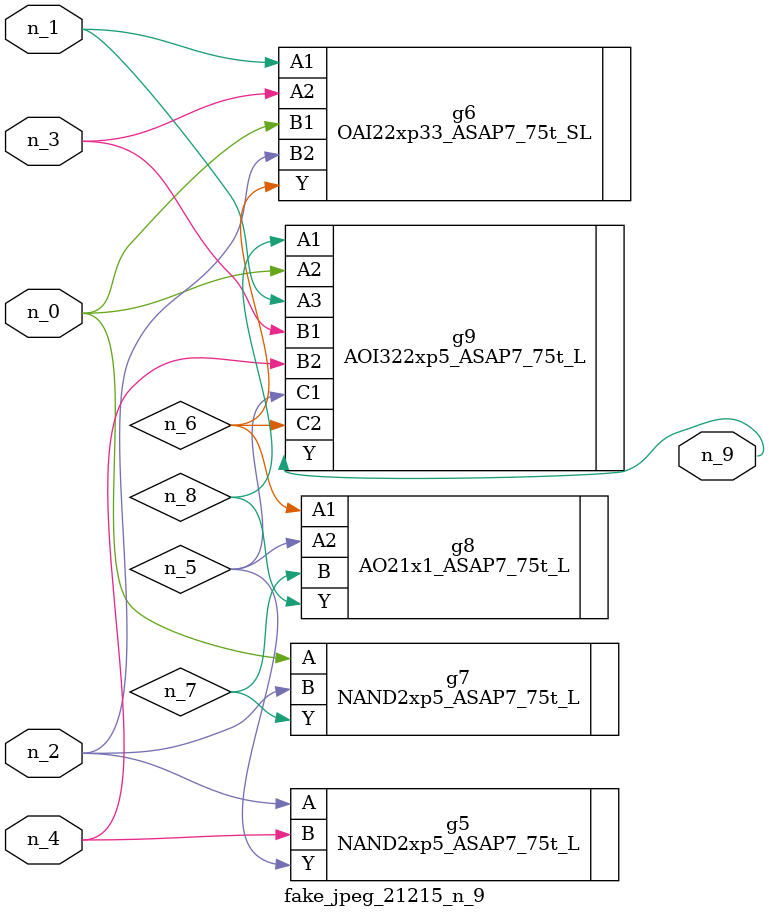
<source format=v>
module fake_jpeg_21215_n_9 (n_3, n_2, n_1, n_0, n_4, n_9);

input n_3;
input n_2;
input n_1;
input n_0;
input n_4;

output n_9;

wire n_8;
wire n_6;
wire n_5;
wire n_7;

NAND2xp5_ASAP7_75t_L g5 ( 
.A(n_2),
.B(n_4),
.Y(n_5)
);

OAI22xp33_ASAP7_75t_SL g6 ( 
.A1(n_1),
.A2(n_3),
.B1(n_0),
.B2(n_2),
.Y(n_6)
);

NAND2xp5_ASAP7_75t_L g7 ( 
.A(n_0),
.B(n_2),
.Y(n_7)
);

AO21x1_ASAP7_75t_L g8 ( 
.A1(n_6),
.A2(n_5),
.B(n_7),
.Y(n_8)
);

AOI322xp5_ASAP7_75t_L g9 ( 
.A1(n_8),
.A2(n_0),
.A3(n_1),
.B1(n_3),
.B2(n_4),
.C1(n_5),
.C2(n_6),
.Y(n_9)
);


endmodule
</source>
